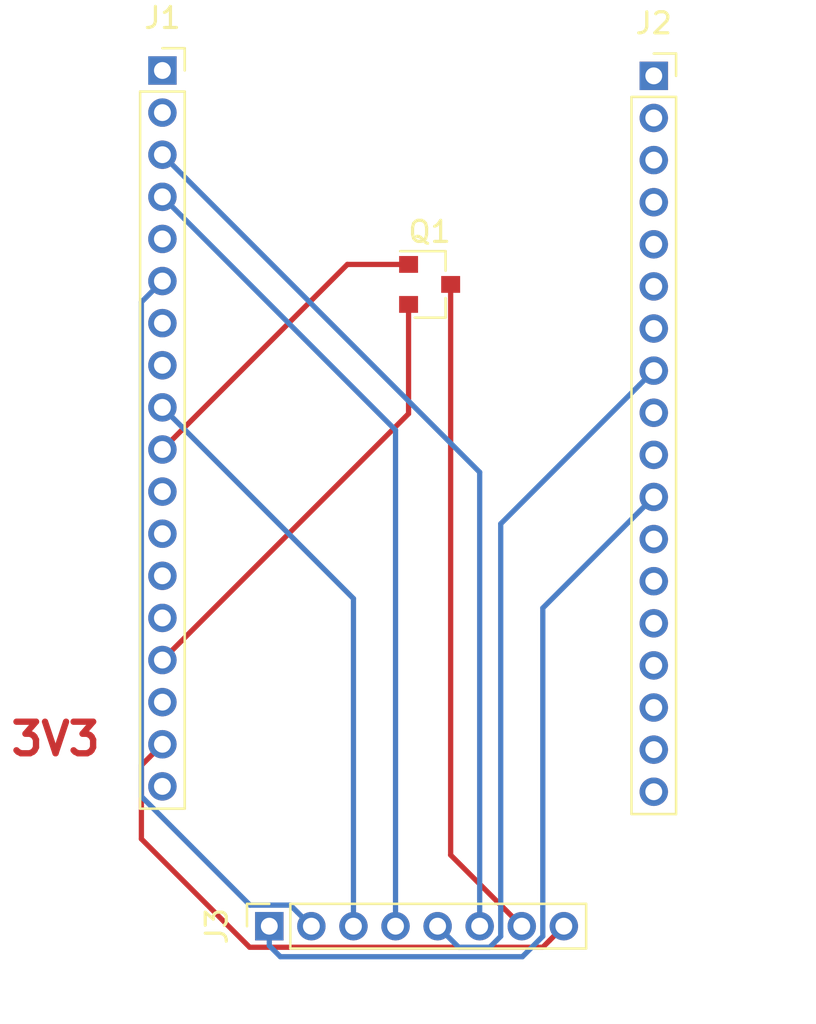
<source format=kicad_pcb>
(kicad_pcb (version 20171130) (host pcbnew "(5.1.5)-3")

  (general
    (thickness 1.6)
    (drawings 1)
    (tracks 37)
    (zones 0)
    (modules 4)
    (nets 38)
  )

  (page A4)
  (layers
    (0 F.Cu signal)
    (31 B.Cu signal)
    (32 B.Adhes user)
    (33 F.Adhes user)
    (34 B.Paste user)
    (35 F.Paste user)
    (36 B.SilkS user)
    (37 F.SilkS user)
    (38 B.Mask user)
    (39 F.Mask user)
    (40 Dwgs.User user)
    (41 Cmts.User user)
    (42 Eco1.User user)
    (43 Eco2.User user)
    (44 Edge.Cuts user)
    (45 Margin user)
    (46 B.CrtYd user)
    (47 F.CrtYd user)
    (48 B.Fab user)
    (49 F.Fab user)
  )

  (setup
    (last_trace_width 0.25)
    (trace_clearance 0.2)
    (zone_clearance 0.508)
    (zone_45_only no)
    (trace_min 0.2)
    (via_size 0.8)
    (via_drill 0.4)
    (via_min_size 0.4)
    (via_min_drill 0.3)
    (uvia_size 0.3)
    (uvia_drill 0.1)
    (uvias_allowed no)
    (uvia_min_size 0.2)
    (uvia_min_drill 0.1)
    (edge_width 0.05)
    (segment_width 0.2)
    (pcb_text_width 0.3)
    (pcb_text_size 1.5 1.5)
    (mod_edge_width 0.12)
    (mod_text_size 1 1)
    (mod_text_width 0.15)
    (pad_size 1.524 1.524)
    (pad_drill 0.762)
    (pad_to_mask_clearance 0.051)
    (solder_mask_min_width 0.25)
    (aux_axis_origin 0 0)
    (visible_elements 7FFFFFFF)
    (pcbplotparams
      (layerselection 0x010fc_ffffffff)
      (usegerberextensions false)
      (usegerberattributes false)
      (usegerberadvancedattributes false)
      (creategerberjobfile false)
      (excludeedgelayer true)
      (linewidth 0.100000)
      (plotframeref false)
      (viasonmask false)
      (mode 1)
      (useauxorigin false)
      (hpglpennumber 1)
      (hpglpenspeed 20)
      (hpglpendiameter 15.000000)
      (psnegative false)
      (psa4output false)
      (plotreference true)
      (plotvalue true)
      (plotinvisibletext false)
      (padsonsilk false)
      (subtractmaskfromsilk false)
      (outputformat 1)
      (mirror false)
      (drillshape 1)
      (scaleselection 1)
      (outputdirectory ""))
  )

  (net 0 "")
  (net 1 "Net-(J1-Pad1)")
  (net 2 "Net-(J2-Pad1)")
  (net 3 "Net-(J1-Pad10)")
  (net 4 "Net-(J1-Pad15)")
  (net 5 "Net-(J3-Pad7)")
  (net 6 "Net-(J1-Pad2)")
  (net 7 "Net-(J1-Pad3)")
  (net 8 "Net-(J1-Pad4)")
  (net 9 "Net-(J1-Pad5)")
  (net 10 "Net-(J1-Pad6)")
  (net 11 "Net-(J1-Pad7)")
  (net 12 "Net-(J1-Pad8)")
  (net 13 "Net-(J1-Pad9)")
  (net 14 "Net-(J1-Pad11)")
  (net 15 "Net-(J1-Pad12)")
  (net 16 "Net-(J1-Pad13)")
  (net 17 "Net-(J1-Pad14)")
  (net 18 "Net-(J1-Pad16)")
  (net 19 "Net-(J1-Pad17)")
  (net 20 "Net-(J1-Pad18)")
  (net 21 "Net-(J2-Pad18)")
  (net 22 "Net-(J2-Pad17)")
  (net 23 "Net-(J2-Pad16)")
  (net 24 "Net-(J2-Pad15)")
  (net 25 "Net-(J2-Pad14)")
  (net 26 "Net-(J2-Pad13)")
  (net 27 "Net-(J2-Pad12)")
  (net 28 "Net-(J2-Pad11)")
  (net 29 "Net-(J2-Pad10)")
  (net 30 "Net-(J2-Pad9)")
  (net 31 "Net-(J2-Pad8)")
  (net 32 "Net-(J2-Pad7)")
  (net 33 "Net-(J2-Pad6)")
  (net 34 "Net-(J2-Pad5)")
  (net 35 "Net-(J2-Pad4)")
  (net 36 "Net-(J2-Pad3)")
  (net 37 "Net-(J2-Pad2)")

  (net_class Default "This is the default net class."
    (clearance 0.2)
    (trace_width 0.25)
    (via_dia 0.8)
    (via_drill 0.4)
    (uvia_dia 0.3)
    (uvia_drill 0.1)
    (add_net "Net-(J1-Pad1)")
    (add_net "Net-(J1-Pad10)")
    (add_net "Net-(J1-Pad11)")
    (add_net "Net-(J1-Pad12)")
    (add_net "Net-(J1-Pad13)")
    (add_net "Net-(J1-Pad14)")
    (add_net "Net-(J1-Pad15)")
    (add_net "Net-(J1-Pad16)")
    (add_net "Net-(J1-Pad17)")
    (add_net "Net-(J1-Pad18)")
    (add_net "Net-(J1-Pad2)")
    (add_net "Net-(J1-Pad3)")
    (add_net "Net-(J1-Pad4)")
    (add_net "Net-(J1-Pad5)")
    (add_net "Net-(J1-Pad6)")
    (add_net "Net-(J1-Pad7)")
    (add_net "Net-(J1-Pad8)")
    (add_net "Net-(J1-Pad9)")
    (add_net "Net-(J2-Pad1)")
    (add_net "Net-(J2-Pad10)")
    (add_net "Net-(J2-Pad11)")
    (add_net "Net-(J2-Pad12)")
    (add_net "Net-(J2-Pad13)")
    (add_net "Net-(J2-Pad14)")
    (add_net "Net-(J2-Pad15)")
    (add_net "Net-(J2-Pad16)")
    (add_net "Net-(J2-Pad17)")
    (add_net "Net-(J2-Pad18)")
    (add_net "Net-(J2-Pad2)")
    (add_net "Net-(J2-Pad3)")
    (add_net "Net-(J2-Pad4)")
    (add_net "Net-(J2-Pad5)")
    (add_net "Net-(J2-Pad6)")
    (add_net "Net-(J2-Pad7)")
    (add_net "Net-(J2-Pad8)")
    (add_net "Net-(J2-Pad9)")
    (add_net "Net-(J3-Pad7)")
  )

  (module Connector_PinSocket_2.00mm:PinSocket_1x18_P2.00mm_Vertical (layer F.Cu) (tedit 5A19A42C) (tstamp 5E4C707F)
    (at 116.84 77.47)
    (descr "Through hole straight socket strip, 1x18, 2.00mm pitch, single row (from Kicad 4.0.7), script generated")
    (tags "Through hole socket strip THT 1x18 2.00mm single row")
    (path /5E5313C0)
    (fp_text reference J1 (at 0 -2.5) (layer F.SilkS)
      (effects (font (size 1 1) (thickness 0.15)))
    )
    (fp_text value Conn_01x18_Female (at 0 36.5) (layer F.Fab)
      (effects (font (size 1 1) (thickness 0.15)))
    )
    (fp_line (start -1 -1) (end 0.5 -1) (layer F.Fab) (width 0.1))
    (fp_line (start 0.5 -1) (end 1 -0.5) (layer F.Fab) (width 0.1))
    (fp_line (start 1 -0.5) (end 1 35) (layer F.Fab) (width 0.1))
    (fp_line (start 1 35) (end -1 35) (layer F.Fab) (width 0.1))
    (fp_line (start -1 35) (end -1 -1) (layer F.Fab) (width 0.1))
    (fp_line (start -1.06 1) (end 1.06 1) (layer F.SilkS) (width 0.12))
    (fp_line (start -1.06 1) (end -1.06 35.06) (layer F.SilkS) (width 0.12))
    (fp_line (start -1.06 35.06) (end 1.06 35.06) (layer F.SilkS) (width 0.12))
    (fp_line (start 1.06 1) (end 1.06 35.06) (layer F.SilkS) (width 0.12))
    (fp_line (start 1.06 -1.06) (end 1.06 0) (layer F.SilkS) (width 0.12))
    (fp_line (start 0 -1.06) (end 1.06 -1.06) (layer F.SilkS) (width 0.12))
    (fp_line (start -1.5 -1.5) (end 1.5 -1.5) (layer F.CrtYd) (width 0.05))
    (fp_line (start 1.5 -1.5) (end 1.5 35.5) (layer F.CrtYd) (width 0.05))
    (fp_line (start 1.5 35.5) (end -1.5 35.5) (layer F.CrtYd) (width 0.05))
    (fp_line (start -1.5 35.5) (end -1.5 -1.5) (layer F.CrtYd) (width 0.05))
    (fp_text user %R (at 0 17 90) (layer F.Fab)
      (effects (font (size 1 1) (thickness 0.15)))
    )
    (pad 1 thru_hole rect (at 0 0) (size 1.35 1.35) (drill 0.8) (layers *.Cu *.Mask)
      (net 1 "Net-(J1-Pad1)"))
    (pad 2 thru_hole oval (at 0 2) (size 1.35 1.35) (drill 0.8) (layers *.Cu *.Mask)
      (net 6 "Net-(J1-Pad2)"))
    (pad 3 thru_hole oval (at 0 4) (size 1.35 1.35) (drill 0.8) (layers *.Cu *.Mask)
      (net 7 "Net-(J1-Pad3)"))
    (pad 4 thru_hole oval (at 0 6) (size 1.35 1.35) (drill 0.8) (layers *.Cu *.Mask)
      (net 8 "Net-(J1-Pad4)"))
    (pad 5 thru_hole oval (at 0 8) (size 1.35 1.35) (drill 0.8) (layers *.Cu *.Mask)
      (net 9 "Net-(J1-Pad5)"))
    (pad 6 thru_hole oval (at 0 10) (size 1.35 1.35) (drill 0.8) (layers *.Cu *.Mask)
      (net 10 "Net-(J1-Pad6)"))
    (pad 7 thru_hole oval (at 0 12) (size 1.35 1.35) (drill 0.8) (layers *.Cu *.Mask)
      (net 11 "Net-(J1-Pad7)"))
    (pad 8 thru_hole oval (at 0 14) (size 1.35 1.35) (drill 0.8) (layers *.Cu *.Mask)
      (net 12 "Net-(J1-Pad8)"))
    (pad 9 thru_hole oval (at 0 16) (size 1.35 1.35) (drill 0.8) (layers *.Cu *.Mask)
      (net 13 "Net-(J1-Pad9)"))
    (pad 10 thru_hole oval (at 0 18) (size 1.35 1.35) (drill 0.8) (layers *.Cu *.Mask)
      (net 3 "Net-(J1-Pad10)"))
    (pad 11 thru_hole oval (at 0 20) (size 1.35 1.35) (drill 0.8) (layers *.Cu *.Mask)
      (net 14 "Net-(J1-Pad11)"))
    (pad 12 thru_hole oval (at 0 22) (size 1.35 1.35) (drill 0.8) (layers *.Cu *.Mask)
      (net 15 "Net-(J1-Pad12)"))
    (pad 13 thru_hole oval (at 0 24) (size 1.35 1.35) (drill 0.8) (layers *.Cu *.Mask)
      (net 16 "Net-(J1-Pad13)"))
    (pad 14 thru_hole oval (at 0 26) (size 1.35 1.35) (drill 0.8) (layers *.Cu *.Mask)
      (net 17 "Net-(J1-Pad14)"))
    (pad 15 thru_hole oval (at 0 28) (size 1.35 1.35) (drill 0.8) (layers *.Cu *.Mask)
      (net 4 "Net-(J1-Pad15)"))
    (pad 16 thru_hole oval (at 0 30) (size 1.35 1.35) (drill 0.8) (layers *.Cu *.Mask)
      (net 18 "Net-(J1-Pad16)"))
    (pad 17 thru_hole oval (at 0 32) (size 1.35 1.35) (drill 0.8) (layers *.Cu *.Mask)
      (net 19 "Net-(J1-Pad17)"))
    (pad 18 thru_hole oval (at 0 34) (size 1.35 1.35) (drill 0.8) (layers *.Cu *.Mask)
      (net 20 "Net-(J1-Pad18)"))
    (model ${KISYS3DMOD}/Connector_PinSocket_2.00mm.3dshapes/PinSocket_1x18_P2.00mm_Vertical.wrl
      (at (xyz 0 0 0))
      (scale (xyz 1 1 1))
      (rotate (xyz 0 0 0))
    )
  )

  (module Connector_PinSocket_2.00mm:PinSocket_1x18_P2.00mm_Vertical (layer F.Cu) (tedit 5A19A42C) (tstamp 5E4C70A5)
    (at 140.195001 77.725001)
    (descr "Through hole straight socket strip, 1x18, 2.00mm pitch, single row (from Kicad 4.0.7), script generated")
    (tags "Through hole socket strip THT 1x18 2.00mm single row")
    (path /5E42C3F6)
    (fp_text reference J2 (at 0 -2.5) (layer F.SilkS)
      (effects (font (size 1 1) (thickness 0.15)))
    )
    (fp_text value Conn_01x18_Female (at 0 36.5) (layer F.Fab)
      (effects (font (size 1 1) (thickness 0.15)))
    )
    (fp_text user %R (at 0 17 90) (layer F.Fab)
      (effects (font (size 1 1) (thickness 0.15)))
    )
    (fp_line (start -1.5 35.5) (end -1.5 -1.5) (layer F.CrtYd) (width 0.05))
    (fp_line (start 1.5 35.5) (end -1.5 35.5) (layer F.CrtYd) (width 0.05))
    (fp_line (start 1.5 -1.5) (end 1.5 35.5) (layer F.CrtYd) (width 0.05))
    (fp_line (start -1.5 -1.5) (end 1.5 -1.5) (layer F.CrtYd) (width 0.05))
    (fp_line (start 0 -1.06) (end 1.06 -1.06) (layer F.SilkS) (width 0.12))
    (fp_line (start 1.06 -1.06) (end 1.06 0) (layer F.SilkS) (width 0.12))
    (fp_line (start 1.06 1) (end 1.06 35.06) (layer F.SilkS) (width 0.12))
    (fp_line (start -1.06 35.06) (end 1.06 35.06) (layer F.SilkS) (width 0.12))
    (fp_line (start -1.06 1) (end -1.06 35.06) (layer F.SilkS) (width 0.12))
    (fp_line (start -1.06 1) (end 1.06 1) (layer F.SilkS) (width 0.12))
    (fp_line (start -1 35) (end -1 -1) (layer F.Fab) (width 0.1))
    (fp_line (start 1 35) (end -1 35) (layer F.Fab) (width 0.1))
    (fp_line (start 1 -0.5) (end 1 35) (layer F.Fab) (width 0.1))
    (fp_line (start 0.5 -1) (end 1 -0.5) (layer F.Fab) (width 0.1))
    (fp_line (start -1 -1) (end 0.5 -1) (layer F.Fab) (width 0.1))
    (pad 18 thru_hole oval (at 0 34) (size 1.35 1.35) (drill 0.8) (layers *.Cu *.Mask)
      (net 21 "Net-(J2-Pad18)"))
    (pad 17 thru_hole oval (at 0 32) (size 1.35 1.35) (drill 0.8) (layers *.Cu *.Mask)
      (net 22 "Net-(J2-Pad17)"))
    (pad 16 thru_hole oval (at 0 30) (size 1.35 1.35) (drill 0.8) (layers *.Cu *.Mask)
      (net 23 "Net-(J2-Pad16)"))
    (pad 15 thru_hole oval (at 0 28) (size 1.35 1.35) (drill 0.8) (layers *.Cu *.Mask)
      (net 24 "Net-(J2-Pad15)"))
    (pad 14 thru_hole oval (at 0 26) (size 1.35 1.35) (drill 0.8) (layers *.Cu *.Mask)
      (net 25 "Net-(J2-Pad14)"))
    (pad 13 thru_hole oval (at 0 24) (size 1.35 1.35) (drill 0.8) (layers *.Cu *.Mask)
      (net 26 "Net-(J2-Pad13)"))
    (pad 12 thru_hole oval (at 0 22) (size 1.35 1.35) (drill 0.8) (layers *.Cu *.Mask)
      (net 27 "Net-(J2-Pad12)"))
    (pad 11 thru_hole oval (at 0 20) (size 1.35 1.35) (drill 0.8) (layers *.Cu *.Mask)
      (net 28 "Net-(J2-Pad11)"))
    (pad 10 thru_hole oval (at 0 18) (size 1.35 1.35) (drill 0.8) (layers *.Cu *.Mask)
      (net 29 "Net-(J2-Pad10)"))
    (pad 9 thru_hole oval (at 0 16) (size 1.35 1.35) (drill 0.8) (layers *.Cu *.Mask)
      (net 30 "Net-(J2-Pad9)"))
    (pad 8 thru_hole oval (at 0 14) (size 1.35 1.35) (drill 0.8) (layers *.Cu *.Mask)
      (net 31 "Net-(J2-Pad8)"))
    (pad 7 thru_hole oval (at 0 12) (size 1.35 1.35) (drill 0.8) (layers *.Cu *.Mask)
      (net 32 "Net-(J2-Pad7)"))
    (pad 6 thru_hole oval (at 0 10) (size 1.35 1.35) (drill 0.8) (layers *.Cu *.Mask)
      (net 33 "Net-(J2-Pad6)"))
    (pad 5 thru_hole oval (at 0 8) (size 1.35 1.35) (drill 0.8) (layers *.Cu *.Mask)
      (net 34 "Net-(J2-Pad5)"))
    (pad 4 thru_hole oval (at 0 6) (size 1.35 1.35) (drill 0.8) (layers *.Cu *.Mask)
      (net 35 "Net-(J2-Pad4)"))
    (pad 3 thru_hole oval (at 0 4) (size 1.35 1.35) (drill 0.8) (layers *.Cu *.Mask)
      (net 36 "Net-(J2-Pad3)"))
    (pad 2 thru_hole oval (at 0 2) (size 1.35 1.35) (drill 0.8) (layers *.Cu *.Mask)
      (net 37 "Net-(J2-Pad2)"))
    (pad 1 thru_hole rect (at 0 0) (size 1.35 1.35) (drill 0.8) (layers *.Cu *.Mask)
      (net 2 "Net-(J2-Pad1)"))
    (model ${KISYS3DMOD}/Connector_PinSocket_2.00mm.3dshapes/PinSocket_1x18_P2.00mm_Vertical.wrl
      (at (xyz 0 0 0))
      (scale (xyz 1 1 1))
      (rotate (xyz 0 0 0))
    )
  )

  (module Connector_PinSocket_2.00mm:PinSocket_1x08_P2.00mm_Vertical (layer F.Cu) (tedit 5A19A41C) (tstamp 5E4C70C1)
    (at 121.92 118.11 90)
    (descr "Through hole straight socket strip, 1x08, 2.00mm pitch, single row (from Kicad 4.0.7), script generated")
    (tags "Through hole socket strip THT 1x08 2.00mm single row")
    (path /5E45F56D)
    (fp_text reference J3 (at 0 -2.5 90) (layer F.SilkS)
      (effects (font (size 1 1) (thickness 0.15)))
    )
    (fp_text value Conn_01x08 (at 0 16.5 90) (layer F.Fab)
      (effects (font (size 1 1) (thickness 0.15)))
    )
    (fp_text user %R (at 0 7) (layer F.Fab)
      (effects (font (size 1 1) (thickness 0.15)))
    )
    (fp_line (start -1.5 15.5) (end -1.5 -1.5) (layer F.CrtYd) (width 0.05))
    (fp_line (start 1.5 15.5) (end -1.5 15.5) (layer F.CrtYd) (width 0.05))
    (fp_line (start 1.5 -1.5) (end 1.5 15.5) (layer F.CrtYd) (width 0.05))
    (fp_line (start -1.5 -1.5) (end 1.5 -1.5) (layer F.CrtYd) (width 0.05))
    (fp_line (start 0 -1.06) (end 1.06 -1.06) (layer F.SilkS) (width 0.12))
    (fp_line (start 1.06 -1.06) (end 1.06 0) (layer F.SilkS) (width 0.12))
    (fp_line (start 1.06 1) (end 1.06 15.06) (layer F.SilkS) (width 0.12))
    (fp_line (start -1.06 15.06) (end 1.06 15.06) (layer F.SilkS) (width 0.12))
    (fp_line (start -1.06 1) (end -1.06 15.06) (layer F.SilkS) (width 0.12))
    (fp_line (start -1.06 1) (end 1.06 1) (layer F.SilkS) (width 0.12))
    (fp_line (start -1 15) (end -1 -1) (layer F.Fab) (width 0.1))
    (fp_line (start 1 15) (end -1 15) (layer F.Fab) (width 0.1))
    (fp_line (start 1 -0.5) (end 1 15) (layer F.Fab) (width 0.1))
    (fp_line (start 0.5 -1) (end 1 -0.5) (layer F.Fab) (width 0.1))
    (fp_line (start -1 -1) (end 0.5 -1) (layer F.Fab) (width 0.1))
    (pad 8 thru_hole oval (at 0 14 90) (size 1.35 1.35) (drill 0.8) (layers *.Cu *.Mask)
      (net 19 "Net-(J1-Pad17)"))
    (pad 7 thru_hole oval (at 0 12 90) (size 1.35 1.35) (drill 0.8) (layers *.Cu *.Mask)
      (net 5 "Net-(J3-Pad7)"))
    (pad 6 thru_hole oval (at 0 10 90) (size 1.35 1.35) (drill 0.8) (layers *.Cu *.Mask)
      (net 7 "Net-(J1-Pad3)"))
    (pad 5 thru_hole oval (at 0 8 90) (size 1.35 1.35) (drill 0.8) (layers *.Cu *.Mask)
      (net 31 "Net-(J2-Pad8)"))
    (pad 4 thru_hole oval (at 0 6 90) (size 1.35 1.35) (drill 0.8) (layers *.Cu *.Mask)
      (net 8 "Net-(J1-Pad4)"))
    (pad 3 thru_hole oval (at 0 4 90) (size 1.35 1.35) (drill 0.8) (layers *.Cu *.Mask)
      (net 13 "Net-(J1-Pad9)"))
    (pad 2 thru_hole oval (at 0 2 90) (size 1.35 1.35) (drill 0.8) (layers *.Cu *.Mask)
      (net 10 "Net-(J1-Pad6)"))
    (pad 1 thru_hole rect (at 0 0 90) (size 1.35 1.35) (drill 0.8) (layers *.Cu *.Mask)
      (net 28 "Net-(J2-Pad11)"))
    (model ${KISYS3DMOD}/Connector_PinSocket_2.00mm.3dshapes/PinSocket_1x08_P2.00mm_Vertical.wrl
      (at (xyz 0 0 0))
      (scale (xyz 1 1 1))
      (rotate (xyz 0 0 0))
    )
  )

  (module Package_TO_SOT_SMD:SOT-23 (layer F.Cu) (tedit 5A02FF57) (tstamp 5E4C70D6)
    (at 129.54 87.63)
    (descr "SOT-23, Standard")
    (tags SOT-23)
    (path /5E4393A1)
    (attr smd)
    (fp_text reference Q1 (at 0 -2.5) (layer F.SilkS)
      (effects (font (size 1 1) (thickness 0.15)))
    )
    (fp_text value 2N7002K (at 0 2.5) (layer F.Fab)
      (effects (font (size 1 1) (thickness 0.15)))
    )
    (fp_line (start 0.76 1.58) (end -0.7 1.58) (layer F.SilkS) (width 0.12))
    (fp_line (start 0.76 -1.58) (end -1.4 -1.58) (layer F.SilkS) (width 0.12))
    (fp_line (start -1.7 1.75) (end -1.7 -1.75) (layer F.CrtYd) (width 0.05))
    (fp_line (start 1.7 1.75) (end -1.7 1.75) (layer F.CrtYd) (width 0.05))
    (fp_line (start 1.7 -1.75) (end 1.7 1.75) (layer F.CrtYd) (width 0.05))
    (fp_line (start -1.7 -1.75) (end 1.7 -1.75) (layer F.CrtYd) (width 0.05))
    (fp_line (start 0.76 -1.58) (end 0.76 -0.65) (layer F.SilkS) (width 0.12))
    (fp_line (start 0.76 1.58) (end 0.76 0.65) (layer F.SilkS) (width 0.12))
    (fp_line (start -0.7 1.52) (end 0.7 1.52) (layer F.Fab) (width 0.1))
    (fp_line (start 0.7 -1.52) (end 0.7 1.52) (layer F.Fab) (width 0.1))
    (fp_line (start -0.7 -0.95) (end -0.15 -1.52) (layer F.Fab) (width 0.1))
    (fp_line (start -0.15 -1.52) (end 0.7 -1.52) (layer F.Fab) (width 0.1))
    (fp_line (start -0.7 -0.95) (end -0.7 1.5) (layer F.Fab) (width 0.1))
    (fp_text user %R (at 0 0 90) (layer F.Fab)
      (effects (font (size 0.5 0.5) (thickness 0.075)))
    )
    (pad 3 smd rect (at 1 0) (size 0.9 0.8) (layers F.Cu F.Paste F.Mask)
      (net 5 "Net-(J3-Pad7)"))
    (pad 2 smd rect (at -1 0.95) (size 0.9 0.8) (layers F.Cu F.Paste F.Mask)
      (net 4 "Net-(J1-Pad15)"))
    (pad 1 smd rect (at -1 -0.95) (size 0.9 0.8) (layers F.Cu F.Paste F.Mask)
      (net 3 "Net-(J1-Pad10)"))
    (model ${KISYS3DMOD}/Package_TO_SOT_SMD.3dshapes/SOT-23.wrl
      (at (xyz 0 0 0))
      (scale (xyz 1 1 1))
      (rotate (xyz 0 0 0))
    )
  )

  (gr_text 3V3 (at 111.76 109.22) (layer F.Cu)
    (effects (font (size 1.5 1.5) (thickness 0.3)))
  )

  (segment (start 125.63 86.68) (end 116.84 95.47) (width 0.25) (layer F.Cu) (net 3))
  (segment (start 128.54 86.68) (end 125.63 86.68) (width 0.25) (layer F.Cu) (net 3))
  (segment (start 128.54 93.77) (end 116.84 105.47) (width 0.25) (layer F.Cu) (net 4))
  (segment (start 128.54 88.58) (end 128.54 93.77) (width 0.25) (layer F.Cu) (net 4))
  (segment (start 130.54 114.73) (end 133.92 118.11) (width 0.25) (layer F.Cu) (net 5))
  (segment (start 130.54 87.63) (end 130.54 114.73) (width 0.25) (layer F.Cu) (net 5))
  (segment (start 131.92 96.55) (end 131.92 118.11) (width 0.25) (layer B.Cu) (net 7))
  (segment (start 116.84 81.47) (end 131.92 96.55) (width 0.25) (layer B.Cu) (net 7))
  (segment (start 127.92 94.55) (end 127.92 118.11) (width 0.25) (layer B.Cu) (net 8))
  (segment (start 116.84 83.47) (end 127.92 94.55) (width 0.25) (layer B.Cu) (net 8))
  (segment (start 123.245001 117.435001) (end 123.92 118.11) (width 0.25) (layer B.Cu) (net 10))
  (segment (start 122.919999 117.109999) (end 123.245001 117.435001) (width 0.25) (layer B.Cu) (net 10))
  (segment (start 120.999997 117.109999) (end 122.919999 117.109999) (width 0.25) (layer B.Cu) (net 10))
  (segment (start 115.839999 111.950001) (end 120.999997 117.109999) (width 0.25) (layer B.Cu) (net 10))
  (segment (start 115.839999 88.470001) (end 115.839999 111.950001) (width 0.25) (layer B.Cu) (net 10))
  (segment (start 116.84 87.47) (end 115.839999 88.470001) (width 0.25) (layer B.Cu) (net 10))
  (segment (start 125.92 102.55) (end 125.92 118.11) (width 0.25) (layer B.Cu) (net 13))
  (segment (start 116.84 93.47) (end 125.92 102.55) (width 0.25) (layer B.Cu) (net 13))
  (segment (start 135.245001 118.784999) (end 135.92 118.11) (width 0.25) (layer F.Cu) (net 19))
  (segment (start 134.919999 119.110001) (end 135.245001 118.784999) (width 0.25) (layer F.Cu) (net 19))
  (segment (start 120.984999 119.110001) (end 134.919999 119.110001) (width 0.25) (layer F.Cu) (net 19))
  (segment (start 115.839999 113.965001) (end 120.984999 119.110001) (width 0.25) (layer F.Cu) (net 19))
  (segment (start 115.839999 110.470001) (end 115.839999 113.965001) (width 0.25) (layer F.Cu) (net 19))
  (segment (start 116.84 109.47) (end 115.839999 110.470001) (width 0.25) (layer F.Cu) (net 19))
  (segment (start 134.92 103.000002) (end 139.520002 98.4) (width 0.25) (layer B.Cu) (net 28))
  (segment (start 133.949992 119.56001) (end 134.92 118.590002) (width 0.25) (layer B.Cu) (net 28))
  (segment (start 134.92 118.590002) (end 134.92 103.000002) (width 0.25) (layer B.Cu) (net 28))
  (segment (start 122.44501 119.56001) (end 133.949992 119.56001) (width 0.25) (layer B.Cu) (net 28))
  (segment (start 139.520002 98.4) (end 140.195001 97.725001) (width 0.25) (layer B.Cu) (net 28))
  (segment (start 121.92 119.035) (end 122.44501 119.56001) (width 0.25) (layer B.Cu) (net 28))
  (segment (start 121.92 118.11) (end 121.92 119.035) (width 0.25) (layer B.Cu) (net 28))
  (segment (start 139.520002 92.4) (end 140.195001 91.725001) (width 0.25) (layer B.Cu) (net 31))
  (segment (start 132.92 99.000002) (end 139.520002 92.4) (width 0.25) (layer B.Cu) (net 31))
  (segment (start 132.92 118.590002) (end 132.92 99.000002) (width 0.25) (layer B.Cu) (net 31))
  (segment (start 132.400001 119.110001) (end 132.92 118.590002) (width 0.25) (layer B.Cu) (net 31))
  (segment (start 130.920001 119.110001) (end 132.400001 119.110001) (width 0.25) (layer B.Cu) (net 31))
  (segment (start 129.92 118.11) (end 130.920001 119.110001) (width 0.25) (layer B.Cu) (net 31))

)

</source>
